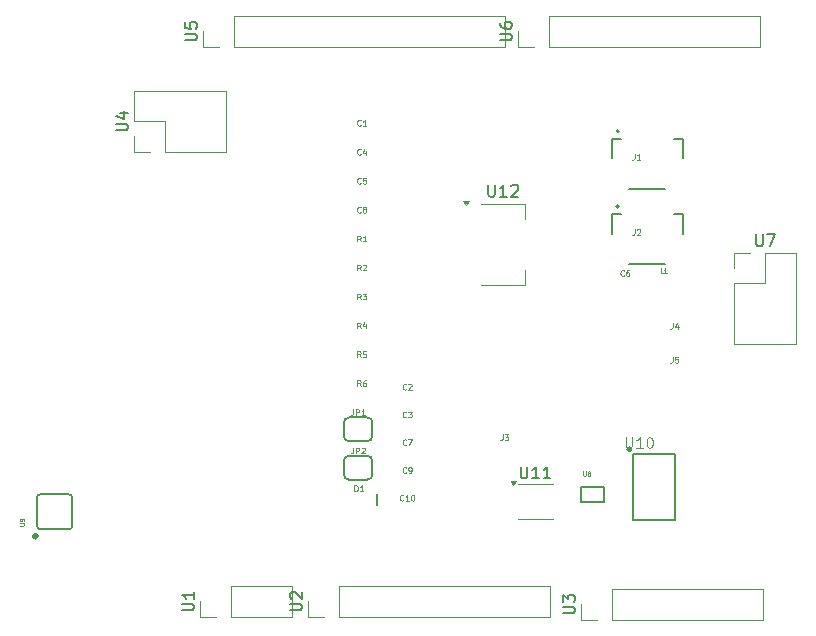
<source format=gbr>
%TF.GenerationSoftware,KiCad,Pcbnew,8.0.5*%
%TF.CreationDate,2024-11-06T15:04:28-06:00*%
%TF.ProjectId,ArduinoUnoR4Shield,41726475-696e-46f5-956e-6f5234536869,1.0*%
%TF.SameCoordinates,Original*%
%TF.FileFunction,Legend,Top*%
%TF.FilePolarity,Positive*%
%FSLAX46Y46*%
G04 Gerber Fmt 4.6, Leading zero omitted, Abs format (unit mm)*
G04 Created by KiCad (PCBNEW 8.0.5) date 2024-11-06 15:04:28*
%MOMM*%
%LPD*%
G01*
G04 APERTURE LIST*
%ADD10C,0.121920*%
%ADD11C,0.150000*%
%ADD12C,0.032512*%
%ADD13C,0.030480*%
%ADD14C,0.080000*%
%ADD15C,0.120000*%
%ADD16C,0.203200*%
%ADD17C,0.152400*%
%ADD18C,0.406400*%
%ADD19C,0.127000*%
%ADD20C,0.254000*%
G04 APERTURE END LIST*
D10*
X141569120Y-105914332D02*
X141545897Y-105937555D01*
X141545897Y-105937555D02*
X141476229Y-105960777D01*
X141476229Y-105960777D02*
X141429783Y-105960777D01*
X141429783Y-105960777D02*
X141360114Y-105937555D01*
X141360114Y-105937555D02*
X141313669Y-105891109D01*
X141313669Y-105891109D02*
X141290446Y-105844663D01*
X141290446Y-105844663D02*
X141267223Y-105751772D01*
X141267223Y-105751772D02*
X141267223Y-105682103D01*
X141267223Y-105682103D02*
X141290446Y-105589212D01*
X141290446Y-105589212D02*
X141313669Y-105542766D01*
X141313669Y-105542766D02*
X141360114Y-105496320D01*
X141360114Y-105496320D02*
X141429783Y-105473097D01*
X141429783Y-105473097D02*
X141476229Y-105473097D01*
X141476229Y-105473097D02*
X141545897Y-105496320D01*
X141545897Y-105496320D02*
X141569120Y-105519543D01*
X141801349Y-105960777D02*
X141894240Y-105960777D01*
X141894240Y-105960777D02*
X141940686Y-105937555D01*
X141940686Y-105937555D02*
X141963909Y-105914332D01*
X141963909Y-105914332D02*
X142010354Y-105844663D01*
X142010354Y-105844663D02*
X142033577Y-105751772D01*
X142033577Y-105751772D02*
X142033577Y-105565989D01*
X142033577Y-105565989D02*
X142010354Y-105519543D01*
X142010354Y-105519543D02*
X141987132Y-105496320D01*
X141987132Y-105496320D02*
X141940686Y-105473097D01*
X141940686Y-105473097D02*
X141847794Y-105473097D01*
X141847794Y-105473097D02*
X141801349Y-105496320D01*
X141801349Y-105496320D02*
X141778126Y-105519543D01*
X141778126Y-105519543D02*
X141754903Y-105565989D01*
X141754903Y-105565989D02*
X141754903Y-105682103D01*
X141754903Y-105682103D02*
X141778126Y-105728549D01*
X141778126Y-105728549D02*
X141801349Y-105751772D01*
X141801349Y-105751772D02*
X141847794Y-105774995D01*
X141847794Y-105774995D02*
X141940686Y-105774995D01*
X141940686Y-105774995D02*
X141987132Y-105751772D01*
X141987132Y-105751772D02*
X142010354Y-105728549D01*
X142010354Y-105728549D02*
X142033577Y-105682103D01*
X137719120Y-83864332D02*
X137695897Y-83887555D01*
X137695897Y-83887555D02*
X137626229Y-83910777D01*
X137626229Y-83910777D02*
X137579783Y-83910777D01*
X137579783Y-83910777D02*
X137510114Y-83887555D01*
X137510114Y-83887555D02*
X137463669Y-83841109D01*
X137463669Y-83841109D02*
X137440446Y-83794663D01*
X137440446Y-83794663D02*
X137417223Y-83701772D01*
X137417223Y-83701772D02*
X137417223Y-83632103D01*
X137417223Y-83632103D02*
X137440446Y-83539212D01*
X137440446Y-83539212D02*
X137463669Y-83492766D01*
X137463669Y-83492766D02*
X137510114Y-83446320D01*
X137510114Y-83446320D02*
X137579783Y-83423097D01*
X137579783Y-83423097D02*
X137626229Y-83423097D01*
X137626229Y-83423097D02*
X137695897Y-83446320D01*
X137695897Y-83446320D02*
X137719120Y-83469543D01*
X137997794Y-83632103D02*
X137951349Y-83608880D01*
X137951349Y-83608880D02*
X137928126Y-83585657D01*
X137928126Y-83585657D02*
X137904903Y-83539212D01*
X137904903Y-83539212D02*
X137904903Y-83515989D01*
X137904903Y-83515989D02*
X137928126Y-83469543D01*
X137928126Y-83469543D02*
X137951349Y-83446320D01*
X137951349Y-83446320D02*
X137997794Y-83423097D01*
X137997794Y-83423097D02*
X138090686Y-83423097D01*
X138090686Y-83423097D02*
X138137132Y-83446320D01*
X138137132Y-83446320D02*
X138160354Y-83469543D01*
X138160354Y-83469543D02*
X138183577Y-83515989D01*
X138183577Y-83515989D02*
X138183577Y-83539212D01*
X138183577Y-83539212D02*
X138160354Y-83585657D01*
X138160354Y-83585657D02*
X138137132Y-83608880D01*
X138137132Y-83608880D02*
X138090686Y-83632103D01*
X138090686Y-83632103D02*
X137997794Y-83632103D01*
X137997794Y-83632103D02*
X137951349Y-83655326D01*
X137951349Y-83655326D02*
X137928126Y-83678549D01*
X137928126Y-83678549D02*
X137904903Y-83724995D01*
X137904903Y-83724995D02*
X137904903Y-83817886D01*
X137904903Y-83817886D02*
X137928126Y-83864332D01*
X137928126Y-83864332D02*
X137951349Y-83887555D01*
X137951349Y-83887555D02*
X137997794Y-83910777D01*
X137997794Y-83910777D02*
X138090686Y-83910777D01*
X138090686Y-83910777D02*
X138137132Y-83887555D01*
X138137132Y-83887555D02*
X138160354Y-83864332D01*
X138160354Y-83864332D02*
X138183577Y-83817886D01*
X138183577Y-83817886D02*
X138183577Y-83724995D01*
X138183577Y-83724995D02*
X138160354Y-83678549D01*
X138160354Y-83678549D02*
X138137132Y-83655326D01*
X138137132Y-83655326D02*
X138090686Y-83632103D01*
D11*
X151261905Y-105425819D02*
X151261905Y-106235342D01*
X151261905Y-106235342D02*
X151309524Y-106330580D01*
X151309524Y-106330580D02*
X151357143Y-106378200D01*
X151357143Y-106378200D02*
X151452381Y-106425819D01*
X151452381Y-106425819D02*
X151642857Y-106425819D01*
X151642857Y-106425819D02*
X151738095Y-106378200D01*
X151738095Y-106378200D02*
X151785714Y-106330580D01*
X151785714Y-106330580D02*
X151833333Y-106235342D01*
X151833333Y-106235342D02*
X151833333Y-105425819D01*
X152833333Y-106425819D02*
X152261905Y-106425819D01*
X152547619Y-106425819D02*
X152547619Y-105425819D01*
X152547619Y-105425819D02*
X152452381Y-105568676D01*
X152452381Y-105568676D02*
X152357143Y-105663914D01*
X152357143Y-105663914D02*
X152261905Y-105711533D01*
X153785714Y-106425819D02*
X153214286Y-106425819D01*
X153500000Y-106425819D02*
X153500000Y-105425819D01*
X153500000Y-105425819D02*
X153404762Y-105568676D01*
X153404762Y-105568676D02*
X153309524Y-105663914D01*
X153309524Y-105663914D02*
X153214286Y-105711533D01*
D10*
X141569120Y-98861932D02*
X141545897Y-98885155D01*
X141545897Y-98885155D02*
X141476229Y-98908377D01*
X141476229Y-98908377D02*
X141429783Y-98908377D01*
X141429783Y-98908377D02*
X141360114Y-98885155D01*
X141360114Y-98885155D02*
X141313669Y-98838709D01*
X141313669Y-98838709D02*
X141290446Y-98792263D01*
X141290446Y-98792263D02*
X141267223Y-98699372D01*
X141267223Y-98699372D02*
X141267223Y-98629703D01*
X141267223Y-98629703D02*
X141290446Y-98536812D01*
X141290446Y-98536812D02*
X141313669Y-98490366D01*
X141313669Y-98490366D02*
X141360114Y-98443920D01*
X141360114Y-98443920D02*
X141429783Y-98420697D01*
X141429783Y-98420697D02*
X141476229Y-98420697D01*
X141476229Y-98420697D02*
X141545897Y-98443920D01*
X141545897Y-98443920D02*
X141569120Y-98467143D01*
X141754903Y-98467143D02*
X141778126Y-98443920D01*
X141778126Y-98443920D02*
X141824572Y-98420697D01*
X141824572Y-98420697D02*
X141940686Y-98420697D01*
X141940686Y-98420697D02*
X141987132Y-98443920D01*
X141987132Y-98443920D02*
X142010354Y-98467143D01*
X142010354Y-98467143D02*
X142033577Y-98513589D01*
X142033577Y-98513589D02*
X142033577Y-98560035D01*
X142033577Y-98560035D02*
X142010354Y-98629703D01*
X142010354Y-98629703D02*
X141731680Y-98908377D01*
X141731680Y-98908377D02*
X142033577Y-98908377D01*
X160903661Y-78941297D02*
X160903661Y-79289640D01*
X160903661Y-79289640D02*
X160880438Y-79359309D01*
X160880438Y-79359309D02*
X160833992Y-79405755D01*
X160833992Y-79405755D02*
X160764324Y-79428977D01*
X160764324Y-79428977D02*
X160717878Y-79428977D01*
X161391341Y-79428977D02*
X161112667Y-79428977D01*
X161252004Y-79428977D02*
X161252004Y-78941297D01*
X161252004Y-78941297D02*
X161205558Y-79010966D01*
X161205558Y-79010966D02*
X161159113Y-79057412D01*
X161159113Y-79057412D02*
X161112667Y-79080635D01*
D11*
X131744819Y-117601904D02*
X132554342Y-117601904D01*
X132554342Y-117601904D02*
X132649580Y-117554285D01*
X132649580Y-117554285D02*
X132697200Y-117506666D01*
X132697200Y-117506666D02*
X132744819Y-117411428D01*
X132744819Y-117411428D02*
X132744819Y-117220952D01*
X132744819Y-117220952D02*
X132697200Y-117125714D01*
X132697200Y-117125714D02*
X132649580Y-117078095D01*
X132649580Y-117078095D02*
X132554342Y-117030476D01*
X132554342Y-117030476D02*
X131744819Y-117030476D01*
X131840057Y-116601904D02*
X131792438Y-116554285D01*
X131792438Y-116554285D02*
X131744819Y-116459047D01*
X131744819Y-116459047D02*
X131744819Y-116220952D01*
X131744819Y-116220952D02*
X131792438Y-116125714D01*
X131792438Y-116125714D02*
X131840057Y-116078095D01*
X131840057Y-116078095D02*
X131935295Y-116030476D01*
X131935295Y-116030476D02*
X132030533Y-116030476D01*
X132030533Y-116030476D02*
X132173390Y-116078095D01*
X132173390Y-116078095D02*
X132744819Y-116649523D01*
X132744819Y-116649523D02*
X132744819Y-116030476D01*
D10*
X137719120Y-91263177D02*
X137556560Y-91030949D01*
X137440446Y-91263177D02*
X137440446Y-90775497D01*
X137440446Y-90775497D02*
X137626229Y-90775497D01*
X137626229Y-90775497D02*
X137672674Y-90798720D01*
X137672674Y-90798720D02*
X137695897Y-90821943D01*
X137695897Y-90821943D02*
X137719120Y-90868389D01*
X137719120Y-90868389D02*
X137719120Y-90938057D01*
X137719120Y-90938057D02*
X137695897Y-90984503D01*
X137695897Y-90984503D02*
X137672674Y-91007726D01*
X137672674Y-91007726D02*
X137626229Y-91030949D01*
X137626229Y-91030949D02*
X137440446Y-91030949D01*
X137881680Y-90775497D02*
X138183577Y-90775497D01*
X138183577Y-90775497D02*
X138021017Y-90961280D01*
X138021017Y-90961280D02*
X138090686Y-90961280D01*
X138090686Y-90961280D02*
X138137132Y-90984503D01*
X138137132Y-90984503D02*
X138160354Y-91007726D01*
X138160354Y-91007726D02*
X138183577Y-91054172D01*
X138183577Y-91054172D02*
X138183577Y-91170286D01*
X138183577Y-91170286D02*
X138160354Y-91216732D01*
X138160354Y-91216732D02*
X138137132Y-91239955D01*
X138137132Y-91239955D02*
X138090686Y-91263177D01*
X138090686Y-91263177D02*
X137951349Y-91263177D01*
X137951349Y-91263177D02*
X137904903Y-91239955D01*
X137904903Y-91239955D02*
X137881680Y-91216732D01*
D12*
X108839665Y-110415590D02*
X109142336Y-110415590D01*
X109142336Y-110415590D02*
X109177944Y-110397785D01*
X109177944Y-110397785D02*
X109195749Y-110379981D01*
X109195749Y-110379981D02*
X109213553Y-110344373D01*
X109213553Y-110344373D02*
X109213553Y-110273156D01*
X109213553Y-110273156D02*
X109195749Y-110237548D01*
X109195749Y-110237548D02*
X109177944Y-110219743D01*
X109177944Y-110219743D02*
X109142336Y-110201939D01*
X109142336Y-110201939D02*
X108839665Y-110201939D01*
X109213553Y-110006093D02*
X109213553Y-109934877D01*
X109213553Y-109934877D02*
X109195749Y-109899268D01*
X109195749Y-109899268D02*
X109177944Y-109881464D01*
X109177944Y-109881464D02*
X109124532Y-109845856D01*
X109124532Y-109845856D02*
X109053315Y-109828051D01*
X109053315Y-109828051D02*
X108910881Y-109828051D01*
X108910881Y-109828051D02*
X108875273Y-109845856D01*
X108875273Y-109845856D02*
X108857469Y-109863660D01*
X108857469Y-109863660D02*
X108839665Y-109899268D01*
X108839665Y-109899268D02*
X108839665Y-109970485D01*
X108839665Y-109970485D02*
X108857469Y-110006093D01*
X108857469Y-110006093D02*
X108875273Y-110023898D01*
X108875273Y-110023898D02*
X108910881Y-110041702D01*
X108910881Y-110041702D02*
X108999902Y-110041702D01*
X108999902Y-110041702D02*
X109035511Y-110023898D01*
X109035511Y-110023898D02*
X109053315Y-110006093D01*
X109053315Y-110006093D02*
X109071119Y-109970485D01*
X109071119Y-109970485D02*
X109071119Y-109899268D01*
X109071119Y-109899268D02*
X109053315Y-109863660D01*
X109053315Y-109863660D02*
X109035511Y-109845856D01*
X109035511Y-109845856D02*
X108999902Y-109828051D01*
D10*
X137719120Y-78962732D02*
X137695897Y-78985955D01*
X137695897Y-78985955D02*
X137626229Y-79009177D01*
X137626229Y-79009177D02*
X137579783Y-79009177D01*
X137579783Y-79009177D02*
X137510114Y-78985955D01*
X137510114Y-78985955D02*
X137463669Y-78939509D01*
X137463669Y-78939509D02*
X137440446Y-78893063D01*
X137440446Y-78893063D02*
X137417223Y-78800172D01*
X137417223Y-78800172D02*
X137417223Y-78730503D01*
X137417223Y-78730503D02*
X137440446Y-78637612D01*
X137440446Y-78637612D02*
X137463669Y-78591166D01*
X137463669Y-78591166D02*
X137510114Y-78544720D01*
X137510114Y-78544720D02*
X137579783Y-78521497D01*
X137579783Y-78521497D02*
X137626229Y-78521497D01*
X137626229Y-78521497D02*
X137695897Y-78544720D01*
X137695897Y-78544720D02*
X137719120Y-78567943D01*
X138137132Y-78684057D02*
X138137132Y-79009177D01*
X138021017Y-78498275D02*
X137904903Y-78846617D01*
X137904903Y-78846617D02*
X138206800Y-78846617D01*
D11*
X149524819Y-69341904D02*
X150334342Y-69341904D01*
X150334342Y-69341904D02*
X150429580Y-69294285D01*
X150429580Y-69294285D02*
X150477200Y-69246666D01*
X150477200Y-69246666D02*
X150524819Y-69151428D01*
X150524819Y-69151428D02*
X150524819Y-68960952D01*
X150524819Y-68960952D02*
X150477200Y-68865714D01*
X150477200Y-68865714D02*
X150429580Y-68818095D01*
X150429580Y-68818095D02*
X150334342Y-68770476D01*
X150334342Y-68770476D02*
X149524819Y-68770476D01*
X149524819Y-67865714D02*
X149524819Y-68056190D01*
X149524819Y-68056190D02*
X149572438Y-68151428D01*
X149572438Y-68151428D02*
X149620057Y-68199047D01*
X149620057Y-68199047D02*
X149762914Y-68294285D01*
X149762914Y-68294285D02*
X149953390Y-68341904D01*
X149953390Y-68341904D02*
X150334342Y-68341904D01*
X150334342Y-68341904D02*
X150429580Y-68294285D01*
X150429580Y-68294285D02*
X150477200Y-68246666D01*
X150477200Y-68246666D02*
X150524819Y-68151428D01*
X150524819Y-68151428D02*
X150524819Y-67960952D01*
X150524819Y-67960952D02*
X150477200Y-67865714D01*
X150477200Y-67865714D02*
X150429580Y-67818095D01*
X150429580Y-67818095D02*
X150334342Y-67770476D01*
X150334342Y-67770476D02*
X150096247Y-67770476D01*
X150096247Y-67770476D02*
X150001009Y-67818095D01*
X150001009Y-67818095D02*
X149953390Y-67865714D01*
X149953390Y-67865714D02*
X149905771Y-67960952D01*
X149905771Y-67960952D02*
X149905771Y-68151428D01*
X149905771Y-68151428D02*
X149953390Y-68246666D01*
X149953390Y-68246666D02*
X150001009Y-68294285D01*
X150001009Y-68294285D02*
X150096247Y-68341904D01*
D10*
X137719120Y-76511932D02*
X137695897Y-76535155D01*
X137695897Y-76535155D02*
X137626229Y-76558377D01*
X137626229Y-76558377D02*
X137579783Y-76558377D01*
X137579783Y-76558377D02*
X137510114Y-76535155D01*
X137510114Y-76535155D02*
X137463669Y-76488709D01*
X137463669Y-76488709D02*
X137440446Y-76442263D01*
X137440446Y-76442263D02*
X137417223Y-76349372D01*
X137417223Y-76349372D02*
X137417223Y-76279703D01*
X137417223Y-76279703D02*
X137440446Y-76186812D01*
X137440446Y-76186812D02*
X137463669Y-76140366D01*
X137463669Y-76140366D02*
X137510114Y-76093920D01*
X137510114Y-76093920D02*
X137579783Y-76070697D01*
X137579783Y-76070697D02*
X137626229Y-76070697D01*
X137626229Y-76070697D02*
X137695897Y-76093920D01*
X137695897Y-76093920D02*
X137719120Y-76117143D01*
X138183577Y-76558377D02*
X137904903Y-76558377D01*
X138044240Y-76558377D02*
X138044240Y-76070697D01*
X138044240Y-76070697D02*
X137997794Y-76140366D01*
X137997794Y-76140366D02*
X137951349Y-76186812D01*
X137951349Y-76186812D02*
X137904903Y-76210035D01*
X137719120Y-98615577D02*
X137556560Y-98383349D01*
X137440446Y-98615577D02*
X137440446Y-98127897D01*
X137440446Y-98127897D02*
X137626229Y-98127897D01*
X137626229Y-98127897D02*
X137672674Y-98151120D01*
X137672674Y-98151120D02*
X137695897Y-98174343D01*
X137695897Y-98174343D02*
X137719120Y-98220789D01*
X137719120Y-98220789D02*
X137719120Y-98290457D01*
X137719120Y-98290457D02*
X137695897Y-98336903D01*
X137695897Y-98336903D02*
X137672674Y-98360126D01*
X137672674Y-98360126D02*
X137626229Y-98383349D01*
X137626229Y-98383349D02*
X137440446Y-98383349D01*
X138137132Y-98127897D02*
X138044240Y-98127897D01*
X138044240Y-98127897D02*
X137997794Y-98151120D01*
X137997794Y-98151120D02*
X137974572Y-98174343D01*
X137974572Y-98174343D02*
X137928126Y-98244012D01*
X137928126Y-98244012D02*
X137904903Y-98336903D01*
X137904903Y-98336903D02*
X137904903Y-98522686D01*
X137904903Y-98522686D02*
X137928126Y-98569132D01*
X137928126Y-98569132D02*
X137951349Y-98592355D01*
X137951349Y-98592355D02*
X137997794Y-98615577D01*
X137997794Y-98615577D02*
X138090686Y-98615577D01*
X138090686Y-98615577D02*
X138137132Y-98592355D01*
X138137132Y-98592355D02*
X138160354Y-98569132D01*
X138160354Y-98569132D02*
X138183577Y-98522686D01*
X138183577Y-98522686D02*
X138183577Y-98406572D01*
X138183577Y-98406572D02*
X138160354Y-98360126D01*
X138160354Y-98360126D02*
X138137132Y-98336903D01*
X138137132Y-98336903D02*
X138090686Y-98313680D01*
X138090686Y-98313680D02*
X137997794Y-98313680D01*
X137997794Y-98313680D02*
X137951349Y-98336903D01*
X137951349Y-98336903D02*
X137928126Y-98360126D01*
X137928126Y-98360126D02*
X137904903Y-98406572D01*
D11*
X122600819Y-117601904D02*
X123410342Y-117601904D01*
X123410342Y-117601904D02*
X123505580Y-117554285D01*
X123505580Y-117554285D02*
X123553200Y-117506666D01*
X123553200Y-117506666D02*
X123600819Y-117411428D01*
X123600819Y-117411428D02*
X123600819Y-117220952D01*
X123600819Y-117220952D02*
X123553200Y-117125714D01*
X123553200Y-117125714D02*
X123505580Y-117078095D01*
X123505580Y-117078095D02*
X123410342Y-117030476D01*
X123410342Y-117030476D02*
X122600819Y-117030476D01*
X123600819Y-116030476D02*
X123600819Y-116601904D01*
X123600819Y-116316190D02*
X122600819Y-116316190D01*
X122600819Y-116316190D02*
X122743676Y-116411428D01*
X122743676Y-116411428D02*
X122838914Y-116506666D01*
X122838914Y-116506666D02*
X122886533Y-116601904D01*
D13*
X163315423Y-88996518D02*
X163148509Y-88996518D01*
X163148509Y-88996518D02*
X163148509Y-88645998D01*
X163615868Y-88996518D02*
X163415571Y-88996518D01*
X163515720Y-88996518D02*
X163515720Y-88645998D01*
X163515720Y-88645998D02*
X163482337Y-88696072D01*
X163482337Y-88696072D02*
X163448954Y-88729455D01*
X163448954Y-88729455D02*
X163415571Y-88746147D01*
D11*
X154858819Y-117855904D02*
X155668342Y-117855904D01*
X155668342Y-117855904D02*
X155763580Y-117808285D01*
X155763580Y-117808285D02*
X155811200Y-117760666D01*
X155811200Y-117760666D02*
X155858819Y-117665428D01*
X155858819Y-117665428D02*
X155858819Y-117474952D01*
X155858819Y-117474952D02*
X155811200Y-117379714D01*
X155811200Y-117379714D02*
X155763580Y-117332095D01*
X155763580Y-117332095D02*
X155668342Y-117284476D01*
X155668342Y-117284476D02*
X154858819Y-117284476D01*
X154858819Y-116903523D02*
X154858819Y-116284476D01*
X154858819Y-116284476D02*
X155239771Y-116617809D01*
X155239771Y-116617809D02*
X155239771Y-116474952D01*
X155239771Y-116474952D02*
X155287390Y-116379714D01*
X155287390Y-116379714D02*
X155335009Y-116332095D01*
X155335009Y-116332095D02*
X155430247Y-116284476D01*
X155430247Y-116284476D02*
X155668342Y-116284476D01*
X155668342Y-116284476D02*
X155763580Y-116332095D01*
X155763580Y-116332095D02*
X155811200Y-116379714D01*
X155811200Y-116379714D02*
X155858819Y-116474952D01*
X155858819Y-116474952D02*
X155858819Y-116760666D01*
X155858819Y-116760666D02*
X155811200Y-116855904D01*
X155811200Y-116855904D02*
X155763580Y-116903523D01*
D10*
X164130461Y-96133697D02*
X164130461Y-96482040D01*
X164130461Y-96482040D02*
X164107238Y-96551709D01*
X164107238Y-96551709D02*
X164060792Y-96598155D01*
X164060792Y-96598155D02*
X163991124Y-96621377D01*
X163991124Y-96621377D02*
X163944678Y-96621377D01*
X164594918Y-96133697D02*
X164362690Y-96133697D01*
X164362690Y-96133697D02*
X164339467Y-96365926D01*
X164339467Y-96365926D02*
X164362690Y-96342703D01*
X164362690Y-96342703D02*
X164409136Y-96319480D01*
X164409136Y-96319480D02*
X164525250Y-96319480D01*
X164525250Y-96319480D02*
X164571696Y-96342703D01*
X164571696Y-96342703D02*
X164594918Y-96365926D01*
X164594918Y-96365926D02*
X164618141Y-96412372D01*
X164618141Y-96412372D02*
X164618141Y-96528486D01*
X164618141Y-96528486D02*
X164594918Y-96574932D01*
X164594918Y-96574932D02*
X164571696Y-96598155D01*
X164571696Y-96598155D02*
X164525250Y-96621377D01*
X164525250Y-96621377D02*
X164409136Y-96621377D01*
X164409136Y-96621377D02*
X164362690Y-96598155D01*
X164362690Y-96598155D02*
X164339467Y-96574932D01*
X137089400Y-103817097D02*
X137089400Y-104165440D01*
X137089400Y-104165440D02*
X137066177Y-104235109D01*
X137066177Y-104235109D02*
X137019731Y-104281555D01*
X137019731Y-104281555D02*
X136950063Y-104304777D01*
X136950063Y-104304777D02*
X136903617Y-104304777D01*
X137321629Y-104304777D02*
X137321629Y-103817097D01*
X137321629Y-103817097D02*
X137507412Y-103817097D01*
X137507412Y-103817097D02*
X137553857Y-103840320D01*
X137553857Y-103840320D02*
X137577080Y-103863543D01*
X137577080Y-103863543D02*
X137600303Y-103909989D01*
X137600303Y-103909989D02*
X137600303Y-103979657D01*
X137600303Y-103979657D02*
X137577080Y-104026103D01*
X137577080Y-104026103D02*
X137553857Y-104049326D01*
X137553857Y-104049326D02*
X137507412Y-104072549D01*
X137507412Y-104072549D02*
X137321629Y-104072549D01*
X137786086Y-103863543D02*
X137809309Y-103840320D01*
X137809309Y-103840320D02*
X137855755Y-103817097D01*
X137855755Y-103817097D02*
X137971869Y-103817097D01*
X137971869Y-103817097D02*
X138018315Y-103840320D01*
X138018315Y-103840320D02*
X138041537Y-103863543D01*
X138041537Y-103863543D02*
X138064760Y-103909989D01*
X138064760Y-103909989D02*
X138064760Y-103956435D01*
X138064760Y-103956435D02*
X138041537Y-104026103D01*
X138041537Y-104026103D02*
X137762863Y-104304777D01*
X137762863Y-104304777D02*
X138064760Y-104304777D01*
X141569120Y-101212732D02*
X141545897Y-101235955D01*
X141545897Y-101235955D02*
X141476229Y-101259177D01*
X141476229Y-101259177D02*
X141429783Y-101259177D01*
X141429783Y-101259177D02*
X141360114Y-101235955D01*
X141360114Y-101235955D02*
X141313669Y-101189509D01*
X141313669Y-101189509D02*
X141290446Y-101143063D01*
X141290446Y-101143063D02*
X141267223Y-101050172D01*
X141267223Y-101050172D02*
X141267223Y-100980503D01*
X141267223Y-100980503D02*
X141290446Y-100887612D01*
X141290446Y-100887612D02*
X141313669Y-100841166D01*
X141313669Y-100841166D02*
X141360114Y-100794720D01*
X141360114Y-100794720D02*
X141429783Y-100771497D01*
X141429783Y-100771497D02*
X141476229Y-100771497D01*
X141476229Y-100771497D02*
X141545897Y-100794720D01*
X141545897Y-100794720D02*
X141569120Y-100817943D01*
X141731680Y-100771497D02*
X142033577Y-100771497D01*
X142033577Y-100771497D02*
X141871017Y-100957280D01*
X141871017Y-100957280D02*
X141940686Y-100957280D01*
X141940686Y-100957280D02*
X141987132Y-100980503D01*
X141987132Y-100980503D02*
X142010354Y-101003726D01*
X142010354Y-101003726D02*
X142033577Y-101050172D01*
X142033577Y-101050172D02*
X142033577Y-101166286D01*
X142033577Y-101166286D02*
X142010354Y-101212732D01*
X142010354Y-101212732D02*
X141987132Y-101235955D01*
X141987132Y-101235955D02*
X141940686Y-101259177D01*
X141940686Y-101259177D02*
X141801349Y-101259177D01*
X141801349Y-101259177D02*
X141754903Y-101235955D01*
X141754903Y-101235955D02*
X141731680Y-101212732D01*
X137192046Y-107507827D02*
X137192046Y-107020147D01*
X137192046Y-107020147D02*
X137308160Y-107020147D01*
X137308160Y-107020147D02*
X137377829Y-107043370D01*
X137377829Y-107043370D02*
X137424274Y-107089816D01*
X137424274Y-107089816D02*
X137447497Y-107136262D01*
X137447497Y-107136262D02*
X137470720Y-107229153D01*
X137470720Y-107229153D02*
X137470720Y-107298822D01*
X137470720Y-107298822D02*
X137447497Y-107391713D01*
X137447497Y-107391713D02*
X137424274Y-107438159D01*
X137424274Y-107438159D02*
X137377829Y-107484605D01*
X137377829Y-107484605D02*
X137308160Y-107507827D01*
X137308160Y-107507827D02*
X137192046Y-107507827D01*
X137935177Y-107507827D02*
X137656503Y-107507827D01*
X137795840Y-107507827D02*
X137795840Y-107020147D01*
X137795840Y-107020147D02*
X137749394Y-107089816D01*
X137749394Y-107089816D02*
X137702949Y-107136262D01*
X137702949Y-107136262D02*
X137656503Y-107159485D01*
D12*
X156559909Y-105835665D02*
X156559909Y-106138336D01*
X156559909Y-106138336D02*
X156577714Y-106173944D01*
X156577714Y-106173944D02*
X156595518Y-106191749D01*
X156595518Y-106191749D02*
X156631126Y-106209553D01*
X156631126Y-106209553D02*
X156702343Y-106209553D01*
X156702343Y-106209553D02*
X156737951Y-106191749D01*
X156737951Y-106191749D02*
X156755756Y-106173944D01*
X156755756Y-106173944D02*
X156773560Y-106138336D01*
X156773560Y-106138336D02*
X156773560Y-105835665D01*
X157005014Y-105995902D02*
X156969406Y-105978098D01*
X156969406Y-105978098D02*
X156951601Y-105960294D01*
X156951601Y-105960294D02*
X156933797Y-105924686D01*
X156933797Y-105924686D02*
X156933797Y-105906881D01*
X156933797Y-105906881D02*
X156951601Y-105871273D01*
X156951601Y-105871273D02*
X156969406Y-105853469D01*
X156969406Y-105853469D02*
X157005014Y-105835665D01*
X157005014Y-105835665D02*
X157076231Y-105835665D01*
X157076231Y-105835665D02*
X157111839Y-105853469D01*
X157111839Y-105853469D02*
X157129643Y-105871273D01*
X157129643Y-105871273D02*
X157147448Y-105906881D01*
X157147448Y-105906881D02*
X157147448Y-105924686D01*
X157147448Y-105924686D02*
X157129643Y-105960294D01*
X157129643Y-105960294D02*
X157111839Y-105978098D01*
X157111839Y-105978098D02*
X157076231Y-105995902D01*
X157076231Y-105995902D02*
X157005014Y-105995902D01*
X157005014Y-105995902D02*
X156969406Y-106013707D01*
X156969406Y-106013707D02*
X156951601Y-106031511D01*
X156951601Y-106031511D02*
X156933797Y-106067119D01*
X156933797Y-106067119D02*
X156933797Y-106138336D01*
X156933797Y-106138336D02*
X156951601Y-106173944D01*
X156951601Y-106173944D02*
X156969406Y-106191749D01*
X156969406Y-106191749D02*
X157005014Y-106209553D01*
X157005014Y-106209553D02*
X157076231Y-106209553D01*
X157076231Y-106209553D02*
X157111839Y-106191749D01*
X157111839Y-106191749D02*
X157129643Y-106173944D01*
X157129643Y-106173944D02*
X157147448Y-106138336D01*
X157147448Y-106138336D02*
X157147448Y-106067119D01*
X157147448Y-106067119D02*
X157129643Y-106031511D01*
X157129643Y-106031511D02*
X157111839Y-106013707D01*
X157111839Y-106013707D02*
X157076231Y-105995902D01*
D10*
X137719120Y-86361577D02*
X137556560Y-86129349D01*
X137440446Y-86361577D02*
X137440446Y-85873897D01*
X137440446Y-85873897D02*
X137626229Y-85873897D01*
X137626229Y-85873897D02*
X137672674Y-85897120D01*
X137672674Y-85897120D02*
X137695897Y-85920343D01*
X137695897Y-85920343D02*
X137719120Y-85966789D01*
X137719120Y-85966789D02*
X137719120Y-86036457D01*
X137719120Y-86036457D02*
X137695897Y-86082903D01*
X137695897Y-86082903D02*
X137672674Y-86106126D01*
X137672674Y-86106126D02*
X137626229Y-86129349D01*
X137626229Y-86129349D02*
X137440446Y-86129349D01*
X138183577Y-86361577D02*
X137904903Y-86361577D01*
X138044240Y-86361577D02*
X138044240Y-85873897D01*
X138044240Y-85873897D02*
X137997794Y-85943566D01*
X137997794Y-85943566D02*
X137951349Y-85990012D01*
X137951349Y-85990012D02*
X137904903Y-86013235D01*
X141569120Y-103563532D02*
X141545897Y-103586755D01*
X141545897Y-103586755D02*
X141476229Y-103609977D01*
X141476229Y-103609977D02*
X141429783Y-103609977D01*
X141429783Y-103609977D02*
X141360114Y-103586755D01*
X141360114Y-103586755D02*
X141313669Y-103540309D01*
X141313669Y-103540309D02*
X141290446Y-103493863D01*
X141290446Y-103493863D02*
X141267223Y-103400972D01*
X141267223Y-103400972D02*
X141267223Y-103331303D01*
X141267223Y-103331303D02*
X141290446Y-103238412D01*
X141290446Y-103238412D02*
X141313669Y-103191966D01*
X141313669Y-103191966D02*
X141360114Y-103145520D01*
X141360114Y-103145520D02*
X141429783Y-103122297D01*
X141429783Y-103122297D02*
X141476229Y-103122297D01*
X141476229Y-103122297D02*
X141545897Y-103145520D01*
X141545897Y-103145520D02*
X141569120Y-103168743D01*
X141731680Y-103122297D02*
X142056800Y-103122297D01*
X142056800Y-103122297D02*
X141847794Y-103609977D01*
X149730461Y-102700097D02*
X149730461Y-103048440D01*
X149730461Y-103048440D02*
X149707238Y-103118109D01*
X149707238Y-103118109D02*
X149660792Y-103164555D01*
X149660792Y-103164555D02*
X149591124Y-103187777D01*
X149591124Y-103187777D02*
X149544678Y-103187777D01*
X149916244Y-102700097D02*
X150218141Y-102700097D01*
X150218141Y-102700097D02*
X150055581Y-102885880D01*
X150055581Y-102885880D02*
X150125250Y-102885880D01*
X150125250Y-102885880D02*
X150171696Y-102909103D01*
X150171696Y-102909103D02*
X150194918Y-102932326D01*
X150194918Y-102932326D02*
X150218141Y-102978772D01*
X150218141Y-102978772D02*
X150218141Y-103094886D01*
X150218141Y-103094886D02*
X150194918Y-103141332D01*
X150194918Y-103141332D02*
X150171696Y-103164555D01*
X150171696Y-103164555D02*
X150125250Y-103187777D01*
X150125250Y-103187777D02*
X149985913Y-103187777D01*
X149985913Y-103187777D02*
X149939467Y-103164555D01*
X149939467Y-103164555D02*
X149916244Y-103141332D01*
X137089400Y-100581897D02*
X137089400Y-100930240D01*
X137089400Y-100930240D02*
X137066177Y-100999909D01*
X137066177Y-100999909D02*
X137019731Y-101046355D01*
X137019731Y-101046355D02*
X136950063Y-101069577D01*
X136950063Y-101069577D02*
X136903617Y-101069577D01*
X137321629Y-101069577D02*
X137321629Y-100581897D01*
X137321629Y-100581897D02*
X137507412Y-100581897D01*
X137507412Y-100581897D02*
X137553857Y-100605120D01*
X137553857Y-100605120D02*
X137577080Y-100628343D01*
X137577080Y-100628343D02*
X137600303Y-100674789D01*
X137600303Y-100674789D02*
X137600303Y-100744457D01*
X137600303Y-100744457D02*
X137577080Y-100790903D01*
X137577080Y-100790903D02*
X137553857Y-100814126D01*
X137553857Y-100814126D02*
X137507412Y-100837349D01*
X137507412Y-100837349D02*
X137321629Y-100837349D01*
X138064760Y-101069577D02*
X137786086Y-101069577D01*
X137925423Y-101069577D02*
X137925423Y-100581897D01*
X137925423Y-100581897D02*
X137878977Y-100651566D01*
X137878977Y-100651566D02*
X137832532Y-100698012D01*
X137832532Y-100698012D02*
X137786086Y-100721235D01*
D14*
X160143678Y-102926249D02*
X160143678Y-103671011D01*
X160143678Y-103671011D02*
X160187488Y-103758630D01*
X160187488Y-103758630D02*
X160231297Y-103802440D01*
X160231297Y-103802440D02*
X160318916Y-103846249D01*
X160318916Y-103846249D02*
X160494154Y-103846249D01*
X160494154Y-103846249D02*
X160581773Y-103802440D01*
X160581773Y-103802440D02*
X160625583Y-103758630D01*
X160625583Y-103758630D02*
X160669392Y-103671011D01*
X160669392Y-103671011D02*
X160669392Y-102926249D01*
X161589393Y-103846249D02*
X161063679Y-103846249D01*
X161326536Y-103846249D02*
X161326536Y-102926249D01*
X161326536Y-102926249D02*
X161238917Y-103057678D01*
X161238917Y-103057678D02*
X161151298Y-103145297D01*
X161151298Y-103145297D02*
X161063679Y-103189106D01*
X162158916Y-102926249D02*
X162246535Y-102926249D01*
X162246535Y-102926249D02*
X162334154Y-102970059D01*
X162334154Y-102970059D02*
X162377964Y-103013868D01*
X162377964Y-103013868D02*
X162421773Y-103101487D01*
X162421773Y-103101487D02*
X162465583Y-103276725D01*
X162465583Y-103276725D02*
X162465583Y-103495773D01*
X162465583Y-103495773D02*
X162421773Y-103671011D01*
X162421773Y-103671011D02*
X162377964Y-103758630D01*
X162377964Y-103758630D02*
X162334154Y-103802440D01*
X162334154Y-103802440D02*
X162246535Y-103846249D01*
X162246535Y-103846249D02*
X162158916Y-103846249D01*
X162158916Y-103846249D02*
X162071297Y-103802440D01*
X162071297Y-103802440D02*
X162027488Y-103758630D01*
X162027488Y-103758630D02*
X161983678Y-103671011D01*
X161983678Y-103671011D02*
X161939869Y-103495773D01*
X161939869Y-103495773D02*
X161939869Y-103276725D01*
X161939869Y-103276725D02*
X161983678Y-103101487D01*
X161983678Y-103101487D02*
X162027488Y-103013868D01*
X162027488Y-103013868D02*
X162071297Y-102970059D01*
X162071297Y-102970059D02*
X162158916Y-102926249D01*
D10*
X137719120Y-81413532D02*
X137695897Y-81436755D01*
X137695897Y-81436755D02*
X137626229Y-81459977D01*
X137626229Y-81459977D02*
X137579783Y-81459977D01*
X137579783Y-81459977D02*
X137510114Y-81436755D01*
X137510114Y-81436755D02*
X137463669Y-81390309D01*
X137463669Y-81390309D02*
X137440446Y-81343863D01*
X137440446Y-81343863D02*
X137417223Y-81250972D01*
X137417223Y-81250972D02*
X137417223Y-81181303D01*
X137417223Y-81181303D02*
X137440446Y-81088412D01*
X137440446Y-81088412D02*
X137463669Y-81041966D01*
X137463669Y-81041966D02*
X137510114Y-80995520D01*
X137510114Y-80995520D02*
X137579783Y-80972297D01*
X137579783Y-80972297D02*
X137626229Y-80972297D01*
X137626229Y-80972297D02*
X137695897Y-80995520D01*
X137695897Y-80995520D02*
X137719120Y-81018743D01*
X138160354Y-80972297D02*
X137928126Y-80972297D01*
X137928126Y-80972297D02*
X137904903Y-81204526D01*
X137904903Y-81204526D02*
X137928126Y-81181303D01*
X137928126Y-81181303D02*
X137974572Y-81158080D01*
X137974572Y-81158080D02*
X138090686Y-81158080D01*
X138090686Y-81158080D02*
X138137132Y-81181303D01*
X138137132Y-81181303D02*
X138160354Y-81204526D01*
X138160354Y-81204526D02*
X138183577Y-81250972D01*
X138183577Y-81250972D02*
X138183577Y-81367086D01*
X138183577Y-81367086D02*
X138160354Y-81413532D01*
X138160354Y-81413532D02*
X138137132Y-81436755D01*
X138137132Y-81436755D02*
X138090686Y-81459977D01*
X138090686Y-81459977D02*
X137974572Y-81459977D01*
X137974572Y-81459977D02*
X137928126Y-81436755D01*
X137928126Y-81436755D02*
X137904903Y-81413532D01*
X160903661Y-85317897D02*
X160903661Y-85666240D01*
X160903661Y-85666240D02*
X160880438Y-85735909D01*
X160880438Y-85735909D02*
X160833992Y-85782355D01*
X160833992Y-85782355D02*
X160764324Y-85805577D01*
X160764324Y-85805577D02*
X160717878Y-85805577D01*
X161112667Y-85364343D02*
X161135890Y-85341120D01*
X161135890Y-85341120D02*
X161182336Y-85317897D01*
X161182336Y-85317897D02*
X161298450Y-85317897D01*
X161298450Y-85317897D02*
X161344896Y-85341120D01*
X161344896Y-85341120D02*
X161368118Y-85364343D01*
X161368118Y-85364343D02*
X161391341Y-85410789D01*
X161391341Y-85410789D02*
X161391341Y-85457235D01*
X161391341Y-85457235D02*
X161368118Y-85526903D01*
X161368118Y-85526903D02*
X161089444Y-85805577D01*
X161089444Y-85805577D02*
X161391341Y-85805577D01*
D11*
X117012819Y-76961904D02*
X117822342Y-76961904D01*
X117822342Y-76961904D02*
X117917580Y-76914285D01*
X117917580Y-76914285D02*
X117965200Y-76866666D01*
X117965200Y-76866666D02*
X118012819Y-76771428D01*
X118012819Y-76771428D02*
X118012819Y-76580952D01*
X118012819Y-76580952D02*
X117965200Y-76485714D01*
X117965200Y-76485714D02*
X117917580Y-76438095D01*
X117917580Y-76438095D02*
X117822342Y-76390476D01*
X117822342Y-76390476D02*
X117012819Y-76390476D01*
X117346152Y-75485714D02*
X118012819Y-75485714D01*
X116965200Y-75723809D02*
X117679485Y-75961904D01*
X117679485Y-75961904D02*
X117679485Y-75342857D01*
D10*
X137719120Y-96164777D02*
X137556560Y-95932549D01*
X137440446Y-96164777D02*
X137440446Y-95677097D01*
X137440446Y-95677097D02*
X137626229Y-95677097D01*
X137626229Y-95677097D02*
X137672674Y-95700320D01*
X137672674Y-95700320D02*
X137695897Y-95723543D01*
X137695897Y-95723543D02*
X137719120Y-95769989D01*
X137719120Y-95769989D02*
X137719120Y-95839657D01*
X137719120Y-95839657D02*
X137695897Y-95886103D01*
X137695897Y-95886103D02*
X137672674Y-95909326D01*
X137672674Y-95909326D02*
X137626229Y-95932549D01*
X137626229Y-95932549D02*
X137440446Y-95932549D01*
X138160354Y-95677097D02*
X137928126Y-95677097D01*
X137928126Y-95677097D02*
X137904903Y-95909326D01*
X137904903Y-95909326D02*
X137928126Y-95886103D01*
X137928126Y-95886103D02*
X137974572Y-95862880D01*
X137974572Y-95862880D02*
X138090686Y-95862880D01*
X138090686Y-95862880D02*
X138137132Y-95886103D01*
X138137132Y-95886103D02*
X138160354Y-95909326D01*
X138160354Y-95909326D02*
X138183577Y-95955772D01*
X138183577Y-95955772D02*
X138183577Y-96071886D01*
X138183577Y-96071886D02*
X138160354Y-96118332D01*
X138160354Y-96118332D02*
X138137132Y-96141555D01*
X138137132Y-96141555D02*
X138090686Y-96164777D01*
X138090686Y-96164777D02*
X137974572Y-96164777D01*
X137974572Y-96164777D02*
X137928126Y-96141555D01*
X137928126Y-96141555D02*
X137904903Y-96118332D01*
X160009120Y-89234932D02*
X159985897Y-89258155D01*
X159985897Y-89258155D02*
X159916229Y-89281377D01*
X159916229Y-89281377D02*
X159869783Y-89281377D01*
X159869783Y-89281377D02*
X159800114Y-89258155D01*
X159800114Y-89258155D02*
X159753669Y-89211709D01*
X159753669Y-89211709D02*
X159730446Y-89165263D01*
X159730446Y-89165263D02*
X159707223Y-89072372D01*
X159707223Y-89072372D02*
X159707223Y-89002703D01*
X159707223Y-89002703D02*
X159730446Y-88909812D01*
X159730446Y-88909812D02*
X159753669Y-88863366D01*
X159753669Y-88863366D02*
X159800114Y-88816920D01*
X159800114Y-88816920D02*
X159869783Y-88793697D01*
X159869783Y-88793697D02*
X159916229Y-88793697D01*
X159916229Y-88793697D02*
X159985897Y-88816920D01*
X159985897Y-88816920D02*
X160009120Y-88840143D01*
X160427132Y-88793697D02*
X160334240Y-88793697D01*
X160334240Y-88793697D02*
X160287794Y-88816920D01*
X160287794Y-88816920D02*
X160264572Y-88840143D01*
X160264572Y-88840143D02*
X160218126Y-88909812D01*
X160218126Y-88909812D02*
X160194903Y-89002703D01*
X160194903Y-89002703D02*
X160194903Y-89188486D01*
X160194903Y-89188486D02*
X160218126Y-89234932D01*
X160218126Y-89234932D02*
X160241349Y-89258155D01*
X160241349Y-89258155D02*
X160287794Y-89281377D01*
X160287794Y-89281377D02*
X160380686Y-89281377D01*
X160380686Y-89281377D02*
X160427132Y-89258155D01*
X160427132Y-89258155D02*
X160450354Y-89234932D01*
X160450354Y-89234932D02*
X160473577Y-89188486D01*
X160473577Y-89188486D02*
X160473577Y-89072372D01*
X160473577Y-89072372D02*
X160450354Y-89025926D01*
X160450354Y-89025926D02*
X160427132Y-89002703D01*
X160427132Y-89002703D02*
X160380686Y-88979480D01*
X160380686Y-88979480D02*
X160287794Y-88979480D01*
X160287794Y-88979480D02*
X160241349Y-89002703D01*
X160241349Y-89002703D02*
X160218126Y-89025926D01*
X160218126Y-89025926D02*
X160194903Y-89072372D01*
X137719120Y-93713977D02*
X137556560Y-93481749D01*
X137440446Y-93713977D02*
X137440446Y-93226297D01*
X137440446Y-93226297D02*
X137626229Y-93226297D01*
X137626229Y-93226297D02*
X137672674Y-93249520D01*
X137672674Y-93249520D02*
X137695897Y-93272743D01*
X137695897Y-93272743D02*
X137719120Y-93319189D01*
X137719120Y-93319189D02*
X137719120Y-93388857D01*
X137719120Y-93388857D02*
X137695897Y-93435303D01*
X137695897Y-93435303D02*
X137672674Y-93458526D01*
X137672674Y-93458526D02*
X137626229Y-93481749D01*
X137626229Y-93481749D02*
X137440446Y-93481749D01*
X138137132Y-93388857D02*
X138137132Y-93713977D01*
X138021017Y-93203075D02*
X137904903Y-93551417D01*
X137904903Y-93551417D02*
X138206800Y-93551417D01*
D11*
X148519905Y-81568819D02*
X148519905Y-82378342D01*
X148519905Y-82378342D02*
X148567524Y-82473580D01*
X148567524Y-82473580D02*
X148615143Y-82521200D01*
X148615143Y-82521200D02*
X148710381Y-82568819D01*
X148710381Y-82568819D02*
X148900857Y-82568819D01*
X148900857Y-82568819D02*
X148996095Y-82521200D01*
X148996095Y-82521200D02*
X149043714Y-82473580D01*
X149043714Y-82473580D02*
X149091333Y-82378342D01*
X149091333Y-82378342D02*
X149091333Y-81568819D01*
X150091333Y-82568819D02*
X149519905Y-82568819D01*
X149805619Y-82568819D02*
X149805619Y-81568819D01*
X149805619Y-81568819D02*
X149710381Y-81711676D01*
X149710381Y-81711676D02*
X149615143Y-81806914D01*
X149615143Y-81806914D02*
X149519905Y-81854533D01*
X150472286Y-81664057D02*
X150519905Y-81616438D01*
X150519905Y-81616438D02*
X150615143Y-81568819D01*
X150615143Y-81568819D02*
X150853238Y-81568819D01*
X150853238Y-81568819D02*
X150948476Y-81616438D01*
X150948476Y-81616438D02*
X150996095Y-81664057D01*
X150996095Y-81664057D02*
X151043714Y-81759295D01*
X151043714Y-81759295D02*
X151043714Y-81854533D01*
X151043714Y-81854533D02*
X150996095Y-81997390D01*
X150996095Y-81997390D02*
X150424667Y-82568819D01*
X150424667Y-82568819D02*
X151043714Y-82568819D01*
D10*
X164130461Y-93254097D02*
X164130461Y-93602440D01*
X164130461Y-93602440D02*
X164107238Y-93672109D01*
X164107238Y-93672109D02*
X164060792Y-93718555D01*
X164060792Y-93718555D02*
X163991124Y-93741777D01*
X163991124Y-93741777D02*
X163944678Y-93741777D01*
X164571696Y-93416657D02*
X164571696Y-93741777D01*
X164455581Y-93230875D02*
X164339467Y-93579217D01*
X164339467Y-93579217D02*
X164641364Y-93579217D01*
D11*
X171196095Y-85770819D02*
X171196095Y-86580342D01*
X171196095Y-86580342D02*
X171243714Y-86675580D01*
X171243714Y-86675580D02*
X171291333Y-86723200D01*
X171291333Y-86723200D02*
X171386571Y-86770819D01*
X171386571Y-86770819D02*
X171577047Y-86770819D01*
X171577047Y-86770819D02*
X171672285Y-86723200D01*
X171672285Y-86723200D02*
X171719904Y-86675580D01*
X171719904Y-86675580D02*
X171767523Y-86580342D01*
X171767523Y-86580342D02*
X171767523Y-85770819D01*
X172148476Y-85770819D02*
X172815142Y-85770819D01*
X172815142Y-85770819D02*
X172386571Y-86770819D01*
D10*
X141336891Y-108265132D02*
X141313668Y-108288355D01*
X141313668Y-108288355D02*
X141244000Y-108311577D01*
X141244000Y-108311577D02*
X141197554Y-108311577D01*
X141197554Y-108311577D02*
X141127885Y-108288355D01*
X141127885Y-108288355D02*
X141081440Y-108241909D01*
X141081440Y-108241909D02*
X141058217Y-108195463D01*
X141058217Y-108195463D02*
X141034994Y-108102572D01*
X141034994Y-108102572D02*
X141034994Y-108032903D01*
X141034994Y-108032903D02*
X141058217Y-107940012D01*
X141058217Y-107940012D02*
X141081440Y-107893566D01*
X141081440Y-107893566D02*
X141127885Y-107847120D01*
X141127885Y-107847120D02*
X141197554Y-107823897D01*
X141197554Y-107823897D02*
X141244000Y-107823897D01*
X141244000Y-107823897D02*
X141313668Y-107847120D01*
X141313668Y-107847120D02*
X141336891Y-107870343D01*
X141801348Y-108311577D02*
X141522674Y-108311577D01*
X141662011Y-108311577D02*
X141662011Y-107823897D01*
X141662011Y-107823897D02*
X141615565Y-107893566D01*
X141615565Y-107893566D02*
X141569120Y-107940012D01*
X141569120Y-107940012D02*
X141522674Y-107963235D01*
X142103245Y-107823897D02*
X142149691Y-107823897D01*
X142149691Y-107823897D02*
X142196137Y-107847120D01*
X142196137Y-107847120D02*
X142219360Y-107870343D01*
X142219360Y-107870343D02*
X142242582Y-107916789D01*
X142242582Y-107916789D02*
X142265805Y-108009680D01*
X142265805Y-108009680D02*
X142265805Y-108125795D01*
X142265805Y-108125795D02*
X142242582Y-108218686D01*
X142242582Y-108218686D02*
X142219360Y-108265132D01*
X142219360Y-108265132D02*
X142196137Y-108288355D01*
X142196137Y-108288355D02*
X142149691Y-108311577D01*
X142149691Y-108311577D02*
X142103245Y-108311577D01*
X142103245Y-108311577D02*
X142056800Y-108288355D01*
X142056800Y-108288355D02*
X142033577Y-108265132D01*
X142033577Y-108265132D02*
X142010354Y-108218686D01*
X142010354Y-108218686D02*
X141987131Y-108125795D01*
X141987131Y-108125795D02*
X141987131Y-108009680D01*
X141987131Y-108009680D02*
X142010354Y-107916789D01*
X142010354Y-107916789D02*
X142033577Y-107870343D01*
X142033577Y-107870343D02*
X142056800Y-107847120D01*
X142056800Y-107847120D02*
X142103245Y-107823897D01*
X137719120Y-88812377D02*
X137556560Y-88580149D01*
X137440446Y-88812377D02*
X137440446Y-88324697D01*
X137440446Y-88324697D02*
X137626229Y-88324697D01*
X137626229Y-88324697D02*
X137672674Y-88347920D01*
X137672674Y-88347920D02*
X137695897Y-88371143D01*
X137695897Y-88371143D02*
X137719120Y-88417589D01*
X137719120Y-88417589D02*
X137719120Y-88487257D01*
X137719120Y-88487257D02*
X137695897Y-88533703D01*
X137695897Y-88533703D02*
X137672674Y-88556926D01*
X137672674Y-88556926D02*
X137626229Y-88580149D01*
X137626229Y-88580149D02*
X137440446Y-88580149D01*
X137904903Y-88371143D02*
X137928126Y-88347920D01*
X137928126Y-88347920D02*
X137974572Y-88324697D01*
X137974572Y-88324697D02*
X138090686Y-88324697D01*
X138090686Y-88324697D02*
X138137132Y-88347920D01*
X138137132Y-88347920D02*
X138160354Y-88371143D01*
X138160354Y-88371143D02*
X138183577Y-88417589D01*
X138183577Y-88417589D02*
X138183577Y-88464035D01*
X138183577Y-88464035D02*
X138160354Y-88533703D01*
X138160354Y-88533703D02*
X137881680Y-88812377D01*
X137881680Y-88812377D02*
X138183577Y-88812377D01*
D11*
X122854819Y-69341904D02*
X123664342Y-69341904D01*
X123664342Y-69341904D02*
X123759580Y-69294285D01*
X123759580Y-69294285D02*
X123807200Y-69246666D01*
X123807200Y-69246666D02*
X123854819Y-69151428D01*
X123854819Y-69151428D02*
X123854819Y-68960952D01*
X123854819Y-68960952D02*
X123807200Y-68865714D01*
X123807200Y-68865714D02*
X123759580Y-68818095D01*
X123759580Y-68818095D02*
X123664342Y-68770476D01*
X123664342Y-68770476D02*
X122854819Y-68770476D01*
X122854819Y-67818095D02*
X122854819Y-68294285D01*
X122854819Y-68294285D02*
X123331009Y-68341904D01*
X123331009Y-68341904D02*
X123283390Y-68294285D01*
X123283390Y-68294285D02*
X123235771Y-68199047D01*
X123235771Y-68199047D02*
X123235771Y-67960952D01*
X123235771Y-67960952D02*
X123283390Y-67865714D01*
X123283390Y-67865714D02*
X123331009Y-67818095D01*
X123331009Y-67818095D02*
X123426247Y-67770476D01*
X123426247Y-67770476D02*
X123664342Y-67770476D01*
X123664342Y-67770476D02*
X123759580Y-67818095D01*
X123759580Y-67818095D02*
X123807200Y-67865714D01*
X123807200Y-67865714D02*
X123854819Y-67960952D01*
X123854819Y-67960952D02*
X123854819Y-68199047D01*
X123854819Y-68199047D02*
X123807200Y-68294285D01*
X123807200Y-68294285D02*
X123759580Y-68341904D01*
D15*
%TO.C,U11*%
X154000000Y-106871000D02*
X151000000Y-106871000D01*
X154000000Y-109871000D02*
X151000000Y-109871000D01*
X150650000Y-106971000D02*
X150410000Y-106641000D01*
X150890000Y-106641000D01*
X150650000Y-106971000D01*
G36*
X150650000Y-106971000D02*
G01*
X150410000Y-106641000D01*
X150890000Y-106641000D01*
X150650000Y-106971000D01*
G37*
D16*
%TO.C,J1*%
X158965000Y-77686000D02*
X159715000Y-77686000D01*
X158965000Y-79336000D02*
X158965000Y-77686000D01*
X160465000Y-81936000D02*
X163465000Y-81936000D01*
X164215000Y-77686000D02*
X164965000Y-77686000D01*
X164965000Y-77686000D02*
X164965000Y-79336000D01*
X159566600Y-77036000D02*
G75*
G02*
X159363400Y-77036000I-101600J0D01*
G01*
X159363400Y-77036000D02*
G75*
G02*
X159566600Y-77036000I101600J0D01*
G01*
D15*
%TO.C,U2*%
X133290000Y-118170000D02*
X133290000Y-116840000D01*
X134620000Y-118170000D02*
X133290000Y-118170000D01*
X135890000Y-115510000D02*
X153730000Y-115510000D01*
X135890000Y-118170000D02*
X135890000Y-115510000D01*
X135890000Y-118170000D02*
X153730000Y-118170000D01*
X153730000Y-118170000D02*
X153730000Y-115510000D01*
D17*
%TO.C,U9*%
X110321000Y-108026000D02*
X110321000Y-110486000D01*
X110581000Y-107776000D02*
X113041000Y-107776000D01*
X113041000Y-110746000D02*
X110581000Y-110746000D01*
X113281000Y-110496000D02*
X113281000Y-108026000D01*
X110321000Y-108026000D02*
G75*
G02*
X110571000Y-107776000I249999J1D01*
G01*
X110571000Y-110746000D02*
G75*
G02*
X110321000Y-110496000I-1J249999D01*
G01*
X113031000Y-107776000D02*
G75*
G02*
X113281000Y-108026000I0J-250000D01*
G01*
X113281000Y-110496000D02*
G75*
G02*
X113031000Y-110746000I-250000J0D01*
G01*
D18*
X110266978Y-111313400D02*
G75*
G02*
X110083822Y-111313400I-91578J0D01*
G01*
X110083822Y-111313400D02*
G75*
G02*
X110266978Y-111313400I91578J0D01*
G01*
D15*
%TO.C,U6*%
X151070000Y-69910000D02*
X151070000Y-68580000D01*
X152400000Y-69910000D02*
X151070000Y-69910000D01*
X153670000Y-67250000D02*
X171510000Y-67250000D01*
X153670000Y-69910000D02*
X153670000Y-67250000D01*
X153670000Y-69910000D02*
X171510000Y-69910000D01*
X171510000Y-69910000D02*
X171510000Y-67250000D01*
%TO.C,U1*%
X124146000Y-118170000D02*
X124146000Y-116840000D01*
X125476000Y-118170000D02*
X124146000Y-118170000D01*
X126746000Y-115510000D02*
X131886000Y-115510000D01*
X126746000Y-118170000D02*
X126746000Y-115510000D01*
X126746000Y-118170000D02*
X131886000Y-118170000D01*
X131886000Y-118170000D02*
X131886000Y-115510000D01*
%TO.C,U3*%
X156404000Y-118424000D02*
X156404000Y-117094000D01*
X157734000Y-118424000D02*
X156404000Y-118424000D01*
X159004000Y-115764000D02*
X171764000Y-115764000D01*
X159004000Y-118424000D02*
X159004000Y-115764000D01*
X159004000Y-118424000D02*
X171764000Y-118424000D01*
X171764000Y-118424000D02*
X171764000Y-115764000D01*
D16*
%TO.C,JP2*%
X136276600Y-106072600D02*
X136276600Y-104955000D01*
X136733800Y-104497800D02*
X138257800Y-104497800D01*
X138257800Y-106529800D02*
X136733800Y-106529800D01*
X138715000Y-106072600D02*
X138715000Y-104955000D01*
X136276600Y-104955000D02*
G75*
G02*
X136733800Y-104497800I457201J-1D01*
G01*
X136733800Y-106529800D02*
G75*
G02*
X136276600Y-106072600I1J457201D01*
G01*
X138257800Y-104497800D02*
G75*
G02*
X138715000Y-104955000I0J-457200D01*
G01*
X138715000Y-106072600D02*
G75*
G02*
X138257800Y-106529800I-457200J0D01*
G01*
%TO.C,D1*%
X139139500Y-107732600D02*
X139139500Y-108685100D01*
D19*
%TO.C,U8*%
X156338500Y-107156000D02*
X158338500Y-107156000D01*
X156338500Y-108406000D02*
X156338500Y-107156000D01*
X156338500Y-108406000D02*
X158338500Y-108406000D01*
X158338500Y-107156000D02*
X158338500Y-108406000D01*
D16*
%TO.C,JP1*%
X136276600Y-102837400D02*
X136276600Y-101719800D01*
X136733800Y-101262600D02*
X138257800Y-101262600D01*
X138257800Y-103294600D02*
X136733800Y-103294600D01*
X138715000Y-102837400D02*
X138715000Y-101719800D01*
X136276600Y-101719800D02*
G75*
G02*
X136733800Y-101262600I457201J-1D01*
G01*
X136733800Y-103294600D02*
G75*
G02*
X136276600Y-102837400I1J457201D01*
G01*
X138257800Y-101262600D02*
G75*
G02*
X138715000Y-101719800I0J-457200D01*
G01*
X138715000Y-102837400D02*
G75*
G02*
X138257800Y-103294600I-457200J0D01*
G01*
%TO.C,U10*%
X160731540Y-104378809D02*
X164287540Y-104378809D01*
X160731540Y-109966809D02*
X160731540Y-104378809D01*
X164287540Y-104378809D02*
X164287540Y-109966809D01*
X164287540Y-109966809D02*
X160731540Y-109966809D01*
D20*
X160596000Y-103965000D02*
G75*
G02*
X160342000Y-103965000I-127000J0D01*
G01*
X160342000Y-103965000D02*
G75*
G02*
X160596000Y-103965000I127000J0D01*
G01*
D16*
%TO.C,J2*%
X158965000Y-84062600D02*
X159715000Y-84062600D01*
X158965000Y-85712600D02*
X158965000Y-84062600D01*
X160465000Y-88312600D02*
X163465000Y-88312600D01*
X164215000Y-84062600D02*
X164965000Y-84062600D01*
X164965000Y-84062600D02*
X164965000Y-85712600D01*
X159566600Y-83412600D02*
G75*
G02*
X159363400Y-83412600I-101600J0D01*
G01*
X159363400Y-83412600D02*
G75*
G02*
X159566600Y-83412600I101600J0D01*
G01*
D15*
%TO.C,U4*%
X118558000Y-73600000D02*
X126298000Y-73600000D01*
X118558000Y-76200000D02*
X118558000Y-73600000D01*
X118558000Y-78800000D02*
X118558000Y-77470000D01*
X119888000Y-78800000D02*
X118558000Y-78800000D01*
X121158000Y-76200000D02*
X118558000Y-76200000D01*
X121158000Y-78800000D02*
X121158000Y-76200000D01*
X121158000Y-78800000D02*
X126298000Y-78800000D01*
X126298000Y-78800000D02*
X126298000Y-73600000D01*
%TO.C,U12*%
X147908000Y-83204000D02*
X151668000Y-83204000D01*
X147908000Y-90024000D02*
X151668000Y-90024000D01*
X151668000Y-83204000D02*
X151668000Y-84464000D01*
X151668000Y-90024000D02*
X151668000Y-88764000D01*
X146628000Y-83304000D02*
X146388000Y-82974000D01*
X146868000Y-82974000D01*
X146628000Y-83304000D01*
G36*
X146628000Y-83304000D02*
G01*
X146388000Y-82974000D01*
X146868000Y-82974000D01*
X146628000Y-83304000D01*
G37*
%TO.C,U7*%
X169358000Y-87316000D02*
X170688000Y-87316000D01*
X169358000Y-88646000D02*
X169358000Y-87316000D01*
X169358000Y-89916000D02*
X169358000Y-95056000D01*
X169358000Y-89916000D02*
X171958000Y-89916000D01*
X169358000Y-95056000D02*
X174558000Y-95056000D01*
X171958000Y-87316000D02*
X174558000Y-87316000D01*
X171958000Y-89916000D02*
X171958000Y-87316000D01*
X174558000Y-87316000D02*
X174558000Y-95056000D01*
%TO.C,U5*%
X124400000Y-69910000D02*
X124400000Y-68580000D01*
X125730000Y-69910000D02*
X124400000Y-69910000D01*
X127000000Y-67250000D02*
X149920000Y-67250000D01*
X127000000Y-69910000D02*
X127000000Y-67250000D01*
X127000000Y-69910000D02*
X149920000Y-69910000D01*
X149920000Y-69910000D02*
X149920000Y-67250000D01*
%TD*%
M02*

</source>
